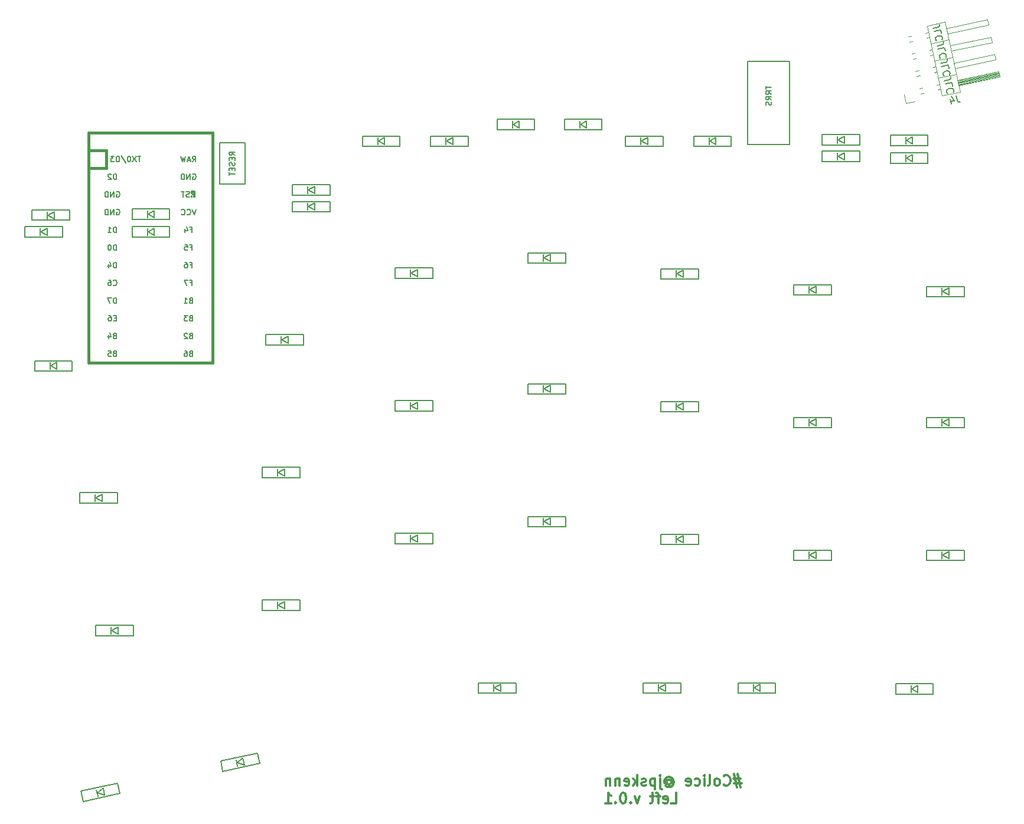
<source format=gbo>
G04 #@! TF.GenerationSoftware,KiCad,Pcbnew,(5.1.5-0-10_14)*
G04 #@! TF.CreationDate,2020-04-18T19:56:34+09:00*
G04 #@! TF.ProjectId,Colice,436f6c69-6365-42e6-9b69-6361645f7063,rev?*
G04 #@! TF.SameCoordinates,Original*
G04 #@! TF.FileFunction,Legend,Bot*
G04 #@! TF.FilePolarity,Positive*
%FSLAX46Y46*%
G04 Gerber Fmt 4.6, Leading zero omitted, Abs format (unit mm)*
G04 Created by KiCad (PCBNEW (5.1.5-0-10_14)) date 2020-04-18 19:56:34*
%MOMM*%
%LPD*%
G04 APERTURE LIST*
%ADD10C,0.200000*%
%ADD11C,0.300000*%
%ADD12C,0.150000*%
%ADD13C,0.381000*%
%ADD14C,0.120000*%
G04 APERTURE END LIST*
D10*
X176557993Y-35092746D02*
X177256670Y-34944237D01*
X177386505Y-34867957D01*
X177459861Y-34754999D01*
X177476738Y-34605363D01*
X177456936Y-34512206D01*
X177734152Y-35816403D02*
X177635146Y-35350618D01*
X176656999Y-35558530D01*
X177829106Y-36721195D02*
X177865784Y-36664716D01*
X177882660Y-36515080D01*
X177862859Y-36421923D01*
X177786579Y-36292088D01*
X177673621Y-36218732D01*
X177570564Y-36191955D01*
X177374349Y-36184979D01*
X177234614Y-36214680D01*
X177058201Y-36300861D01*
X176974944Y-36367241D01*
X176901588Y-36480199D01*
X176884712Y-36629835D01*
X176904513Y-36722992D01*
X176980793Y-36852826D01*
X177037272Y-36889504D01*
X177092623Y-37607982D02*
X177791300Y-37459474D01*
X177921135Y-37383194D01*
X177994491Y-37270236D01*
X178011368Y-37120600D01*
X177991566Y-37027443D01*
X178268782Y-38331640D02*
X178169776Y-37865855D01*
X177191629Y-38073767D01*
X178363736Y-39236431D02*
X178400414Y-39179952D01*
X178417290Y-39030317D01*
X178397489Y-38937160D01*
X178321209Y-38807325D01*
X178208251Y-38733969D01*
X178105194Y-38707192D01*
X177908979Y-38700215D01*
X177769244Y-38729917D01*
X177592831Y-38816098D01*
X177509574Y-38882477D01*
X177436218Y-38995435D01*
X177419342Y-39145071D01*
X177439143Y-39238228D01*
X177515423Y-39368063D01*
X177571902Y-39404741D01*
X177627253Y-40123219D02*
X178325930Y-39974711D01*
X178455765Y-39898430D01*
X178529121Y-39785472D01*
X178545998Y-39635836D01*
X178526197Y-39542680D01*
X178803412Y-40846876D02*
X178704407Y-40381092D01*
X177726259Y-40589004D01*
X178898366Y-41751668D02*
X178935044Y-41695189D01*
X178951920Y-41545553D01*
X178932119Y-41452396D01*
X178855839Y-41322562D01*
X178742881Y-41249206D01*
X178639824Y-41222428D01*
X178443609Y-41215452D01*
X178303874Y-41245154D01*
X178127461Y-41331334D01*
X178044204Y-41397714D01*
X177970849Y-41510672D01*
X177953972Y-41660308D01*
X177973773Y-41753465D01*
X178050053Y-41883300D01*
X178106532Y-41919978D01*
X178161883Y-42638456D02*
X178860560Y-42489947D01*
X178990395Y-42413667D01*
X179063751Y-42300709D01*
X179080628Y-42151073D01*
X179060827Y-42057916D01*
X179338042Y-43362113D02*
X179239037Y-42896328D01*
X178260889Y-43104240D01*
X179432996Y-44266905D02*
X179469674Y-44210426D01*
X179486551Y-44060790D01*
X179466749Y-43967633D01*
X179390469Y-43837798D01*
X179277511Y-43764442D01*
X179174454Y-43737665D01*
X178978239Y-43730689D01*
X178838504Y-43760390D01*
X178662091Y-43846571D01*
X178578834Y-43912951D01*
X178505479Y-44025909D01*
X178488602Y-44175545D01*
X178508403Y-44268702D01*
X178584683Y-44398536D01*
X178641162Y-44435214D01*
D11*
X148941285Y-142802571D02*
X147869857Y-142802571D01*
X148512714Y-142159714D02*
X148941285Y-144088285D01*
X148012714Y-143445428D02*
X149084142Y-143445428D01*
X148441285Y-144088285D02*
X148012714Y-142159714D01*
X146512714Y-143659714D02*
X146584142Y-143731142D01*
X146798428Y-143802571D01*
X146941285Y-143802571D01*
X147155571Y-143731142D01*
X147298428Y-143588285D01*
X147369857Y-143445428D01*
X147441285Y-143159714D01*
X147441285Y-142945428D01*
X147369857Y-142659714D01*
X147298428Y-142516857D01*
X147155571Y-142374000D01*
X146941285Y-142302571D01*
X146798428Y-142302571D01*
X146584142Y-142374000D01*
X146512714Y-142445428D01*
X145655571Y-143802571D02*
X145798428Y-143731142D01*
X145869857Y-143659714D01*
X145941285Y-143516857D01*
X145941285Y-143088285D01*
X145869857Y-142945428D01*
X145798428Y-142874000D01*
X145655571Y-142802571D01*
X145441285Y-142802571D01*
X145298428Y-142874000D01*
X145227000Y-142945428D01*
X145155571Y-143088285D01*
X145155571Y-143516857D01*
X145227000Y-143659714D01*
X145298428Y-143731142D01*
X145441285Y-143802571D01*
X145655571Y-143802571D01*
X144298428Y-143802571D02*
X144441285Y-143731142D01*
X144512714Y-143588285D01*
X144512714Y-142302571D01*
X143727000Y-143802571D02*
X143727000Y-142802571D01*
X143727000Y-142302571D02*
X143798428Y-142374000D01*
X143727000Y-142445428D01*
X143655571Y-142374000D01*
X143727000Y-142302571D01*
X143727000Y-142445428D01*
X142369857Y-143731142D02*
X142512714Y-143802571D01*
X142798428Y-143802571D01*
X142941285Y-143731142D01*
X143012714Y-143659714D01*
X143084142Y-143516857D01*
X143084142Y-143088285D01*
X143012714Y-142945428D01*
X142941285Y-142874000D01*
X142798428Y-142802571D01*
X142512714Y-142802571D01*
X142369857Y-142874000D01*
X141155571Y-143731142D02*
X141298428Y-143802571D01*
X141584142Y-143802571D01*
X141727000Y-143731142D01*
X141798428Y-143588285D01*
X141798428Y-143016857D01*
X141727000Y-142874000D01*
X141584142Y-142802571D01*
X141298428Y-142802571D01*
X141155571Y-142874000D01*
X141084142Y-143016857D01*
X141084142Y-143159714D01*
X141798428Y-143302571D01*
X138369857Y-143088285D02*
X138441285Y-143016857D01*
X138584142Y-142945428D01*
X138727000Y-142945428D01*
X138869857Y-143016857D01*
X138941285Y-143088285D01*
X139012714Y-143231142D01*
X139012714Y-143374000D01*
X138941285Y-143516857D01*
X138869857Y-143588285D01*
X138727000Y-143659714D01*
X138584142Y-143659714D01*
X138441285Y-143588285D01*
X138369857Y-143516857D01*
X138369857Y-142945428D02*
X138369857Y-143516857D01*
X138298428Y-143588285D01*
X138227000Y-143588285D01*
X138084142Y-143516857D01*
X138012714Y-143374000D01*
X138012714Y-143016857D01*
X138155571Y-142802571D01*
X138369857Y-142659714D01*
X138655571Y-142588285D01*
X138941285Y-142659714D01*
X139155571Y-142802571D01*
X139298428Y-143016857D01*
X139369857Y-143302571D01*
X139298428Y-143588285D01*
X139155571Y-143802571D01*
X138941285Y-143945428D01*
X138655571Y-144016857D01*
X138369857Y-143945428D01*
X138155571Y-143802571D01*
X137369857Y-142802571D02*
X137369857Y-144088285D01*
X137441285Y-144231142D01*
X137584142Y-144302571D01*
X137655571Y-144302571D01*
X137369857Y-142302571D02*
X137441285Y-142374000D01*
X137369857Y-142445428D01*
X137298428Y-142374000D01*
X137369857Y-142302571D01*
X137369857Y-142445428D01*
X136655571Y-142802571D02*
X136655571Y-144302571D01*
X136655571Y-142874000D02*
X136512714Y-142802571D01*
X136227000Y-142802571D01*
X136084142Y-142874000D01*
X136012714Y-142945428D01*
X135941285Y-143088285D01*
X135941285Y-143516857D01*
X136012714Y-143659714D01*
X136084142Y-143731142D01*
X136227000Y-143802571D01*
X136512714Y-143802571D01*
X136655571Y-143731142D01*
X135369857Y-143731142D02*
X135227000Y-143802571D01*
X134941285Y-143802571D01*
X134798428Y-143731142D01*
X134727000Y-143588285D01*
X134727000Y-143516857D01*
X134798428Y-143374000D01*
X134941285Y-143302571D01*
X135155571Y-143302571D01*
X135298428Y-143231142D01*
X135369857Y-143088285D01*
X135369857Y-143016857D01*
X135298428Y-142874000D01*
X135155571Y-142802571D01*
X134941285Y-142802571D01*
X134798428Y-142874000D01*
X134084142Y-143802571D02*
X134084142Y-142302571D01*
X133941285Y-143231142D02*
X133512714Y-143802571D01*
X133512714Y-142802571D02*
X134084142Y-143374000D01*
X132298428Y-143731142D02*
X132441285Y-143802571D01*
X132727000Y-143802571D01*
X132869857Y-143731142D01*
X132941285Y-143588285D01*
X132941285Y-143016857D01*
X132869857Y-142874000D01*
X132727000Y-142802571D01*
X132441285Y-142802571D01*
X132298428Y-142874000D01*
X132227000Y-143016857D01*
X132227000Y-143159714D01*
X132941285Y-143302571D01*
X131584142Y-142802571D02*
X131584142Y-143802571D01*
X131584142Y-142945428D02*
X131512714Y-142874000D01*
X131369857Y-142802571D01*
X131155571Y-142802571D01*
X131012714Y-142874000D01*
X130941285Y-143016857D01*
X130941285Y-143802571D01*
X130227000Y-142802571D02*
X130227000Y-143802571D01*
X130227000Y-142945428D02*
X130155571Y-142874000D01*
X130012714Y-142802571D01*
X129798428Y-142802571D01*
X129655571Y-142874000D01*
X129584142Y-143016857D01*
X129584142Y-143802571D01*
X138941285Y-146352571D02*
X139655571Y-146352571D01*
X139655571Y-144852571D01*
X137869857Y-146281142D02*
X138012714Y-146352571D01*
X138298428Y-146352571D01*
X138441285Y-146281142D01*
X138512714Y-146138285D01*
X138512714Y-145566857D01*
X138441285Y-145424000D01*
X138298428Y-145352571D01*
X138012714Y-145352571D01*
X137869857Y-145424000D01*
X137798428Y-145566857D01*
X137798428Y-145709714D01*
X138512714Y-145852571D01*
X137369857Y-145352571D02*
X136798428Y-145352571D01*
X137155571Y-146352571D02*
X137155571Y-145066857D01*
X137084142Y-144924000D01*
X136941285Y-144852571D01*
X136798428Y-144852571D01*
X136512714Y-145352571D02*
X135941285Y-145352571D01*
X136298428Y-144852571D02*
X136298428Y-146138285D01*
X136227000Y-146281142D01*
X136084142Y-146352571D01*
X135941285Y-146352571D01*
X134441285Y-145352571D02*
X134084142Y-146352571D01*
X133727000Y-145352571D01*
X133155571Y-146209714D02*
X133084142Y-146281142D01*
X133155571Y-146352571D01*
X133227000Y-146281142D01*
X133155571Y-146209714D01*
X133155571Y-146352571D01*
X132155571Y-144852571D02*
X132012714Y-144852571D01*
X131869857Y-144924000D01*
X131798428Y-144995428D01*
X131727000Y-145138285D01*
X131655571Y-145424000D01*
X131655571Y-145781142D01*
X131727000Y-146066857D01*
X131798428Y-146209714D01*
X131869857Y-146281142D01*
X132012714Y-146352571D01*
X132155571Y-146352571D01*
X132298428Y-146281142D01*
X132369857Y-146209714D01*
X132441285Y-146066857D01*
X132512714Y-145781142D01*
X132512714Y-145424000D01*
X132441285Y-145138285D01*
X132369857Y-144995428D01*
X132298428Y-144924000D01*
X132155571Y-144852571D01*
X131012714Y-146209714D02*
X130941285Y-146281142D01*
X131012714Y-146352571D01*
X131084142Y-146281142D01*
X131012714Y-146209714D01*
X131012714Y-146352571D01*
X129512714Y-146352571D02*
X130369857Y-146352571D01*
X129941285Y-146352571D02*
X129941285Y-144852571D01*
X130084142Y-145066857D01*
X130227000Y-145209714D01*
X130369857Y-145281142D01*
D12*
X162922000Y-51117500D02*
X163822000Y-50617500D01*
X163822000Y-50617500D02*
X163822000Y-51617500D01*
X163822000Y-51617500D02*
X162922000Y-51117500D01*
X162822000Y-50617500D02*
X162822000Y-51617500D01*
X166022000Y-50367500D02*
X160622000Y-50367500D01*
X160622000Y-50367500D02*
X160622000Y-51867500D01*
X160622000Y-51867500D02*
X166022000Y-51867500D01*
X166022000Y-51867500D02*
X166022000Y-50367500D01*
D13*
X57962800Y-55165625D02*
X55422800Y-55165625D01*
X57962800Y-52625625D02*
X57962800Y-55165625D01*
D12*
G36*
X70357435Y-58914655D02*
G01*
X70357435Y-59014655D01*
X70457435Y-59014655D01*
X70457435Y-58914655D01*
X70357435Y-58914655D01*
G37*
X70357435Y-58914655D02*
X70357435Y-59014655D01*
X70457435Y-59014655D01*
X70457435Y-58914655D01*
X70357435Y-58914655D01*
G36*
X70557435Y-58514655D02*
G01*
X70557435Y-59314655D01*
X70657435Y-59314655D01*
X70657435Y-58514655D01*
X70557435Y-58514655D01*
G37*
X70557435Y-58514655D02*
X70557435Y-59314655D01*
X70657435Y-59314655D01*
X70657435Y-58514655D01*
X70557435Y-58514655D01*
G36*
X70157435Y-59114655D02*
G01*
X70157435Y-59314655D01*
X70257435Y-59314655D01*
X70257435Y-59114655D01*
X70157435Y-59114655D01*
G37*
X70157435Y-59114655D02*
X70157435Y-59314655D01*
X70257435Y-59314655D01*
X70257435Y-59114655D01*
X70157435Y-59114655D01*
G36*
X70157435Y-58514655D02*
G01*
X70157435Y-58814655D01*
X70257435Y-58814655D01*
X70257435Y-58514655D01*
X70157435Y-58514655D01*
G37*
X70157435Y-58514655D02*
X70157435Y-58814655D01*
X70257435Y-58814655D01*
X70257435Y-58514655D01*
X70157435Y-58514655D01*
G36*
X70157435Y-58514655D02*
G01*
X70157435Y-58614655D01*
X70657435Y-58614655D01*
X70657435Y-58514655D01*
X70157435Y-58514655D01*
G37*
X70157435Y-58514655D02*
X70157435Y-58614655D01*
X70657435Y-58614655D01*
X70657435Y-58514655D01*
X70157435Y-58514655D01*
D13*
X73202800Y-83105625D02*
X73202800Y-50085625D01*
X55422800Y-83105625D02*
X73202800Y-83105625D01*
X55422800Y-50085625D02*
X55422800Y-83105625D01*
X73202800Y-50085625D02*
X55422800Y-50085625D01*
X57962800Y-52625625D02*
X55422800Y-52625625D01*
D12*
X175801000Y-51931000D02*
X175801000Y-50431000D01*
X170401000Y-51931000D02*
X175801000Y-51931000D01*
X170401000Y-50431000D02*
X170401000Y-51931000D01*
X175801000Y-50431000D02*
X170401000Y-50431000D01*
X172601000Y-50681000D02*
X172601000Y-51681000D01*
X173601000Y-51681000D02*
X172701000Y-51181000D01*
X173601000Y-50681000D02*
X173601000Y-51681000D01*
X172701000Y-51181000D02*
X173601000Y-50681000D01*
X53119000Y-84316000D02*
X53119000Y-82816000D01*
X47719000Y-84316000D02*
X53119000Y-84316000D01*
X47719000Y-82816000D02*
X47719000Y-84316000D01*
X53119000Y-82816000D02*
X47719000Y-82816000D01*
X49919000Y-83066000D02*
X49919000Y-84066000D01*
X50919000Y-84066000D02*
X50019000Y-83566000D01*
X50919000Y-83066000D02*
X50919000Y-84066000D01*
X50019000Y-83566000D02*
X50919000Y-83066000D01*
X100109000Y-52058000D02*
X100109000Y-50558000D01*
X94709000Y-52058000D02*
X100109000Y-52058000D01*
X94709000Y-50558000D02*
X94709000Y-52058000D01*
X100109000Y-50558000D02*
X94709000Y-50558000D01*
X96909000Y-50808000D02*
X96909000Y-51808000D01*
X97909000Y-51808000D02*
X97009000Y-51308000D01*
X97909000Y-50808000D02*
X97909000Y-51808000D01*
X97009000Y-51308000D02*
X97909000Y-50808000D01*
X90076000Y-61456000D02*
X90076000Y-59956000D01*
X84676000Y-61456000D02*
X90076000Y-61456000D01*
X84676000Y-59956000D02*
X84676000Y-61456000D01*
X90076000Y-59956000D02*
X84676000Y-59956000D01*
X86876000Y-60206000D02*
X86876000Y-61206000D01*
X87876000Y-61206000D02*
X86976000Y-60706000D01*
X87876000Y-60206000D02*
X87876000Y-61206000D01*
X86976000Y-60706000D02*
X87876000Y-60206000D01*
X52706250Y-62662500D02*
X52706250Y-61162500D01*
X47306250Y-62662500D02*
X52706250Y-62662500D01*
X47306250Y-61162500D02*
X47306250Y-62662500D01*
X52706250Y-61162500D02*
X47306250Y-61162500D01*
X49506250Y-61412500D02*
X49506250Y-62412500D01*
X50506250Y-62412500D02*
X49606250Y-61912500D01*
X50506250Y-61412500D02*
X50506250Y-62412500D01*
X49606250Y-61912500D02*
X50506250Y-61412500D01*
X51722000Y-65091375D02*
X51722000Y-63591375D01*
X46322000Y-65091375D02*
X51722000Y-65091375D01*
X46322000Y-63591375D02*
X46322000Y-65091375D01*
X51722000Y-63591375D02*
X46322000Y-63591375D01*
X48522000Y-63841375D02*
X48522000Y-64841375D01*
X49522000Y-64841375D02*
X48622000Y-64341375D01*
X49522000Y-63841375D02*
X49522000Y-64841375D01*
X48622000Y-64341375D02*
X49522000Y-63841375D01*
X63989000Y-61801375D02*
X64889000Y-61301375D01*
X64889000Y-61301375D02*
X64889000Y-62301375D01*
X64889000Y-62301375D02*
X63989000Y-61801375D01*
X63889000Y-61301375D02*
X63889000Y-62301375D01*
X67089000Y-61051375D02*
X61689000Y-61051375D01*
X61689000Y-61051375D02*
X61689000Y-62551375D01*
X61689000Y-62551375D02*
X67089000Y-62551375D01*
X67089000Y-62551375D02*
X67089000Y-61051375D01*
X67089000Y-65091375D02*
X67089000Y-63591375D01*
X61689000Y-65091375D02*
X67089000Y-65091375D01*
X61689000Y-63591375D02*
X61689000Y-65091375D01*
X67089000Y-63591375D02*
X61689000Y-63591375D01*
X63889000Y-63841375D02*
X63889000Y-64841375D01*
X64889000Y-64841375D02*
X63989000Y-64341375D01*
X64889000Y-63841375D02*
X64889000Y-64841375D01*
X63989000Y-64341375D02*
X64889000Y-63841375D01*
X59596000Y-103254875D02*
X59596000Y-101754875D01*
X54196000Y-103254875D02*
X59596000Y-103254875D01*
X54196000Y-101754875D02*
X54196000Y-103254875D01*
X59596000Y-101754875D02*
X54196000Y-101754875D01*
X56396000Y-102004875D02*
X56396000Y-103004875D01*
X57396000Y-103004875D02*
X56496000Y-102504875D01*
X57396000Y-102004875D02*
X57396000Y-103004875D01*
X56496000Y-102504875D02*
X57396000Y-102004875D01*
X61882000Y-122304875D02*
X61882000Y-120804875D01*
X56482000Y-122304875D02*
X61882000Y-122304875D01*
X56482000Y-120804875D02*
X56482000Y-122304875D01*
X61882000Y-120804875D02*
X56482000Y-120804875D01*
X58682000Y-121054875D02*
X58682000Y-122054875D01*
X59682000Y-122054875D02*
X58782000Y-121554875D01*
X59682000Y-121054875D02*
X59682000Y-122054875D01*
X58782000Y-121554875D02*
X59682000Y-121054875D01*
X79987532Y-140634249D02*
X79675665Y-139167028D01*
X74705535Y-141756972D02*
X79987532Y-140634249D01*
X74393668Y-140289751D02*
X74705535Y-141756972D01*
X79675665Y-139167028D02*
X74393668Y-140289751D01*
X76597570Y-140076882D02*
X76805482Y-141055030D01*
X77783630Y-140847118D02*
X76799341Y-140545165D01*
X77575718Y-139868970D02*
X77783630Y-140847118D01*
X76799341Y-140545165D02*
X77575718Y-139868970D01*
X90076000Y-57543000D02*
X90076000Y-59043000D01*
X84676000Y-57543000D02*
X90076000Y-57543000D01*
X84676000Y-59043000D02*
X84676000Y-57543000D01*
X90076000Y-59043000D02*
X84676000Y-59043000D01*
X86876000Y-58793000D02*
X86876000Y-57793000D01*
X87876000Y-57793000D02*
X86976000Y-58293000D01*
X87876000Y-58793000D02*
X87876000Y-57793000D01*
X86976000Y-58293000D02*
X87876000Y-58793000D01*
X86266000Y-80569500D02*
X86266000Y-79069500D01*
X80866000Y-80569500D02*
X86266000Y-80569500D01*
X80866000Y-79069500D02*
X80866000Y-80569500D01*
X86266000Y-79069500D02*
X80866000Y-79069500D01*
X83066000Y-79319500D02*
X83066000Y-80319500D01*
X84066000Y-80319500D02*
X83166000Y-79819500D01*
X84066000Y-79319500D02*
X84066000Y-80319500D01*
X83166000Y-79819500D02*
X84066000Y-79319500D01*
X85758000Y-99619500D02*
X85758000Y-98119500D01*
X80358000Y-99619500D02*
X85758000Y-99619500D01*
X80358000Y-98119500D02*
X80358000Y-99619500D01*
X85758000Y-98119500D02*
X80358000Y-98119500D01*
X82558000Y-98369500D02*
X82558000Y-99369500D01*
X83558000Y-99369500D02*
X82658000Y-98869500D01*
X83558000Y-98369500D02*
X83558000Y-99369500D01*
X82658000Y-98869500D02*
X83558000Y-98369500D01*
X85758000Y-118669500D02*
X85758000Y-117169500D01*
X80358000Y-118669500D02*
X85758000Y-118669500D01*
X80358000Y-117169500D02*
X80358000Y-118669500D01*
X85758000Y-117169500D02*
X80358000Y-117169500D01*
X82558000Y-117419500D02*
X82558000Y-118419500D01*
X83558000Y-118419500D02*
X82658000Y-117919500D01*
X83558000Y-117419500D02*
X83558000Y-118419500D01*
X82658000Y-117919500D02*
X83558000Y-117419500D01*
X109888000Y-52058000D02*
X109888000Y-50558000D01*
X104488000Y-52058000D02*
X109888000Y-52058000D01*
X104488000Y-50558000D02*
X104488000Y-52058000D01*
X109888000Y-50558000D02*
X104488000Y-50558000D01*
X106688000Y-50808000D02*
X106688000Y-51808000D01*
X107688000Y-51808000D02*
X106788000Y-51308000D01*
X107688000Y-50808000D02*
X107688000Y-51808000D01*
X106788000Y-51308000D02*
X107688000Y-50808000D01*
X104808000Y-71012750D02*
X104808000Y-69512750D01*
X99408000Y-71012750D02*
X104808000Y-71012750D01*
X99408000Y-69512750D02*
X99408000Y-71012750D01*
X104808000Y-69512750D02*
X99408000Y-69512750D01*
X101608000Y-69762750D02*
X101608000Y-70762750D01*
X102608000Y-70762750D02*
X101708000Y-70262750D01*
X102608000Y-69762750D02*
X102608000Y-70762750D01*
X101708000Y-70262750D02*
X102608000Y-69762750D01*
X104808000Y-90062750D02*
X104808000Y-88562750D01*
X99408000Y-90062750D02*
X104808000Y-90062750D01*
X99408000Y-88562750D02*
X99408000Y-90062750D01*
X104808000Y-88562750D02*
X99408000Y-88562750D01*
X101608000Y-88812750D02*
X101608000Y-89812750D01*
X102608000Y-89812750D02*
X101708000Y-89312750D01*
X102608000Y-88812750D02*
X102608000Y-89812750D01*
X101708000Y-89312750D02*
X102608000Y-88812750D01*
X104808000Y-109112750D02*
X104808000Y-107612750D01*
X99408000Y-109112750D02*
X104808000Y-109112750D01*
X99408000Y-107612750D02*
X99408000Y-109112750D01*
X104808000Y-107612750D02*
X99408000Y-107612750D01*
X101608000Y-107862750D02*
X101608000Y-108862750D01*
X102608000Y-108862750D02*
X101708000Y-108362750D01*
X102608000Y-107862750D02*
X102608000Y-108862750D01*
X101708000Y-108362750D02*
X102608000Y-107862750D01*
X116746000Y-130544000D02*
X116746000Y-129044000D01*
X111346000Y-130544000D02*
X116746000Y-130544000D01*
X111346000Y-129044000D02*
X111346000Y-130544000D01*
X116746000Y-129044000D02*
X111346000Y-129044000D01*
X113546000Y-129294000D02*
X113546000Y-130294000D01*
X114546000Y-130294000D02*
X113646000Y-129794000D01*
X114546000Y-129294000D02*
X114546000Y-130294000D01*
X113646000Y-129794000D02*
X114546000Y-129294000D01*
X116313000Y-48895000D02*
X117213000Y-48395000D01*
X117213000Y-48395000D02*
X117213000Y-49395000D01*
X117213000Y-49395000D02*
X116313000Y-48895000D01*
X116213000Y-48395000D02*
X116213000Y-49395000D01*
X119413000Y-48145000D02*
X114013000Y-48145000D01*
X114013000Y-48145000D02*
X114013000Y-49645000D01*
X114013000Y-49645000D02*
X119413000Y-49645000D01*
X119413000Y-49645000D02*
X119413000Y-48145000D01*
X129065000Y-49645000D02*
X129065000Y-48145000D01*
X123665000Y-49645000D02*
X129065000Y-49645000D01*
X123665000Y-48145000D02*
X123665000Y-49645000D01*
X129065000Y-48145000D02*
X123665000Y-48145000D01*
X125865000Y-48395000D02*
X125865000Y-49395000D01*
X126865000Y-49395000D02*
X125965000Y-48895000D01*
X126865000Y-48395000D02*
X126865000Y-49395000D01*
X125965000Y-48895000D02*
X126865000Y-48395000D01*
X123858000Y-68822000D02*
X123858000Y-67322000D01*
X118458000Y-68822000D02*
X123858000Y-68822000D01*
X118458000Y-67322000D02*
X118458000Y-68822000D01*
X123858000Y-67322000D02*
X118458000Y-67322000D01*
X120658000Y-67572000D02*
X120658000Y-68572000D01*
X121658000Y-68572000D02*
X120758000Y-68072000D01*
X121658000Y-67572000D02*
X121658000Y-68572000D01*
X120758000Y-68072000D02*
X121658000Y-67572000D01*
X123858000Y-87618000D02*
X123858000Y-86118000D01*
X118458000Y-87618000D02*
X123858000Y-87618000D01*
X118458000Y-86118000D02*
X118458000Y-87618000D01*
X123858000Y-86118000D02*
X118458000Y-86118000D01*
X120658000Y-86368000D02*
X120658000Y-87368000D01*
X121658000Y-87368000D02*
X120758000Y-86868000D01*
X121658000Y-86368000D02*
X121658000Y-87368000D01*
X120758000Y-86868000D02*
X121658000Y-86368000D01*
X123858000Y-106668000D02*
X123858000Y-105168000D01*
X118458000Y-106668000D02*
X123858000Y-106668000D01*
X118458000Y-105168000D02*
X118458000Y-106668000D01*
X123858000Y-105168000D02*
X118458000Y-105168000D01*
X120658000Y-105418000D02*
X120658000Y-106418000D01*
X121658000Y-106418000D02*
X120758000Y-105918000D01*
X121658000Y-105418000D02*
X121658000Y-106418000D01*
X120758000Y-105918000D02*
X121658000Y-105418000D01*
X140368000Y-130544000D02*
X140368000Y-129044000D01*
X134968000Y-130544000D02*
X140368000Y-130544000D01*
X134968000Y-129044000D02*
X134968000Y-130544000D01*
X140368000Y-129044000D02*
X134968000Y-129044000D01*
X137168000Y-129294000D02*
X137168000Y-130294000D01*
X138168000Y-130294000D02*
X137268000Y-129794000D01*
X138168000Y-129294000D02*
X138168000Y-130294000D01*
X137268000Y-129794000D02*
X138168000Y-129294000D01*
X137828000Y-52058000D02*
X137828000Y-50558000D01*
X132428000Y-52058000D02*
X137828000Y-52058000D01*
X132428000Y-50558000D02*
X132428000Y-52058000D01*
X137828000Y-50558000D02*
X132428000Y-50558000D01*
X134628000Y-50808000D02*
X134628000Y-51808000D01*
X135628000Y-51808000D02*
X134728000Y-51308000D01*
X135628000Y-50808000D02*
X135628000Y-51808000D01*
X134728000Y-51308000D02*
X135628000Y-50808000D01*
X147607000Y-52058000D02*
X147607000Y-50558000D01*
X142207000Y-52058000D02*
X147607000Y-52058000D01*
X142207000Y-50558000D02*
X142207000Y-52058000D01*
X147607000Y-50558000D02*
X142207000Y-50558000D01*
X144407000Y-50808000D02*
X144407000Y-51808000D01*
X145407000Y-51808000D02*
X144507000Y-51308000D01*
X145407000Y-50808000D02*
X145407000Y-51808000D01*
X144507000Y-51308000D02*
X145407000Y-50808000D01*
X142908000Y-71108000D02*
X142908000Y-69608000D01*
X137508000Y-71108000D02*
X142908000Y-71108000D01*
X137508000Y-69608000D02*
X137508000Y-71108000D01*
X142908000Y-69608000D02*
X137508000Y-69608000D01*
X139708000Y-69858000D02*
X139708000Y-70858000D01*
X140708000Y-70858000D02*
X139808000Y-70358000D01*
X140708000Y-69858000D02*
X140708000Y-70858000D01*
X139808000Y-70358000D02*
X140708000Y-69858000D01*
X142908000Y-90158000D02*
X142908000Y-88658000D01*
X137508000Y-90158000D02*
X142908000Y-90158000D01*
X137508000Y-88658000D02*
X137508000Y-90158000D01*
X142908000Y-88658000D02*
X137508000Y-88658000D01*
X139708000Y-88908000D02*
X139708000Y-89908000D01*
X140708000Y-89908000D02*
X139808000Y-89408000D01*
X140708000Y-88908000D02*
X140708000Y-89908000D01*
X139808000Y-89408000D02*
X140708000Y-88908000D01*
X142908000Y-109208000D02*
X142908000Y-107708000D01*
X137508000Y-109208000D02*
X142908000Y-109208000D01*
X137508000Y-107708000D02*
X137508000Y-109208000D01*
X142908000Y-107708000D02*
X137508000Y-107708000D01*
X139708000Y-107958000D02*
X139708000Y-108958000D01*
X140708000Y-108958000D02*
X139808000Y-108458000D01*
X140708000Y-107958000D02*
X140708000Y-108958000D01*
X139808000Y-108458000D02*
X140708000Y-107958000D01*
X153957000Y-130544000D02*
X153957000Y-129044000D01*
X148557000Y-130544000D02*
X153957000Y-130544000D01*
X148557000Y-129044000D02*
X148557000Y-130544000D01*
X153957000Y-129044000D02*
X148557000Y-129044000D01*
X150757000Y-129294000D02*
X150757000Y-130294000D01*
X151757000Y-130294000D02*
X150857000Y-129794000D01*
X151757000Y-129294000D02*
X151757000Y-130294000D01*
X150857000Y-129794000D02*
X151757000Y-129294000D01*
X166022000Y-54217000D02*
X166022000Y-52717000D01*
X160622000Y-54217000D02*
X166022000Y-54217000D01*
X160622000Y-52717000D02*
X160622000Y-54217000D01*
X166022000Y-52717000D02*
X160622000Y-52717000D01*
X162822000Y-52967000D02*
X162822000Y-53967000D01*
X163822000Y-53967000D02*
X162922000Y-53467000D01*
X163822000Y-52967000D02*
X163822000Y-53967000D01*
X162922000Y-53467000D02*
X163822000Y-52967000D01*
X161958000Y-73394000D02*
X161958000Y-71894000D01*
X156558000Y-73394000D02*
X161958000Y-73394000D01*
X156558000Y-71894000D02*
X156558000Y-73394000D01*
X161958000Y-71894000D02*
X156558000Y-71894000D01*
X158758000Y-72144000D02*
X158758000Y-73144000D01*
X159758000Y-73144000D02*
X158858000Y-72644000D01*
X159758000Y-72144000D02*
X159758000Y-73144000D01*
X158858000Y-72644000D02*
X159758000Y-72144000D01*
X161958000Y-92444000D02*
X161958000Y-90944000D01*
X156558000Y-92444000D02*
X161958000Y-92444000D01*
X156558000Y-90944000D02*
X156558000Y-92444000D01*
X161958000Y-90944000D02*
X156558000Y-90944000D01*
X158758000Y-91194000D02*
X158758000Y-92194000D01*
X159758000Y-92194000D02*
X158858000Y-91694000D01*
X159758000Y-91194000D02*
X159758000Y-92194000D01*
X158858000Y-91694000D02*
X159758000Y-91194000D01*
X161958000Y-111494000D02*
X161958000Y-109994000D01*
X156558000Y-111494000D02*
X161958000Y-111494000D01*
X156558000Y-109994000D02*
X156558000Y-111494000D01*
X161958000Y-109994000D02*
X156558000Y-109994000D01*
X158758000Y-110244000D02*
X158758000Y-111244000D01*
X159758000Y-111244000D02*
X158858000Y-110744000D01*
X159758000Y-110244000D02*
X159758000Y-111244000D01*
X158858000Y-110744000D02*
X159758000Y-110244000D01*
X175801000Y-54471000D02*
X175801000Y-52971000D01*
X170401000Y-54471000D02*
X175801000Y-54471000D01*
X170401000Y-52971000D02*
X170401000Y-54471000D01*
X175801000Y-52971000D02*
X170401000Y-52971000D01*
X172601000Y-53221000D02*
X172601000Y-54221000D01*
X173601000Y-54221000D02*
X172701000Y-53721000D01*
X173601000Y-53221000D02*
X173601000Y-54221000D01*
X172701000Y-53721000D02*
X173601000Y-53221000D01*
X181008000Y-73648000D02*
X181008000Y-72148000D01*
X175608000Y-73648000D02*
X181008000Y-73648000D01*
X175608000Y-72148000D02*
X175608000Y-73648000D01*
X181008000Y-72148000D02*
X175608000Y-72148000D01*
X177808000Y-72398000D02*
X177808000Y-73398000D01*
X178808000Y-73398000D02*
X177908000Y-72898000D01*
X178808000Y-72398000D02*
X178808000Y-73398000D01*
X177908000Y-72898000D02*
X178808000Y-72398000D01*
X181008000Y-92444000D02*
X181008000Y-90944000D01*
X175608000Y-92444000D02*
X181008000Y-92444000D01*
X175608000Y-90944000D02*
X175608000Y-92444000D01*
X181008000Y-90944000D02*
X175608000Y-90944000D01*
X177808000Y-91194000D02*
X177808000Y-92194000D01*
X178808000Y-92194000D02*
X177908000Y-91694000D01*
X178808000Y-91194000D02*
X178808000Y-92194000D01*
X177908000Y-91694000D02*
X178808000Y-91194000D01*
X181008000Y-111494000D02*
X181008000Y-109994000D01*
X175608000Y-111494000D02*
X181008000Y-111494000D01*
X175608000Y-109994000D02*
X175608000Y-111494000D01*
X181008000Y-109994000D02*
X175608000Y-109994000D01*
X177808000Y-110244000D02*
X177808000Y-111244000D01*
X178808000Y-111244000D02*
X177908000Y-110744000D01*
X178808000Y-110244000D02*
X178808000Y-111244000D01*
X177908000Y-110744000D02*
X178808000Y-110244000D01*
X176563000Y-130671000D02*
X176563000Y-129171000D01*
X171163000Y-130671000D02*
X176563000Y-130671000D01*
X171163000Y-129171000D02*
X171163000Y-130671000D01*
X176563000Y-129171000D02*
X171163000Y-129171000D01*
X173363000Y-129421000D02*
X173363000Y-130421000D01*
X174363000Y-130421000D02*
X173463000Y-129921000D01*
X174363000Y-129421000D02*
X174363000Y-130421000D01*
X173463000Y-129921000D02*
X174363000Y-129421000D01*
X155971500Y-51814500D02*
X155971500Y-39814500D01*
X149971500Y-51814500D02*
X155971500Y-51814500D01*
X149971500Y-39814500D02*
X149971500Y-51814500D01*
X155971500Y-39814500D02*
X149971500Y-39814500D01*
X77858942Y-51506430D02*
X74287058Y-51506430D01*
X77858942Y-57459570D02*
X77858942Y-51506430D01*
X74287058Y-57459570D02*
X77858942Y-57459570D01*
X74287058Y-51506430D02*
X74287058Y-57459570D01*
X59946932Y-144952249D02*
X59635065Y-143485028D01*
X54664935Y-146074972D02*
X59946932Y-144952249D01*
X54353068Y-144607751D02*
X54664935Y-146074972D01*
X59635065Y-143485028D02*
X54353068Y-144607751D01*
X56556970Y-144394882D02*
X56764882Y-145373030D01*
X57743030Y-145165118D02*
X56758741Y-144863165D01*
X57535118Y-144186970D02*
X57743030Y-145165118D01*
X56758741Y-144863165D02*
X57535118Y-144186970D01*
D14*
X177778550Y-44796448D02*
X175641218Y-34741090D01*
X175641218Y-34741090D02*
X178243090Y-34188045D01*
X178243090Y-34188045D02*
X180380423Y-44243403D01*
X180380423Y-44243403D02*
X177778550Y-44796448D01*
X180182907Y-43314162D02*
X186051792Y-42066692D01*
X186051792Y-42066692D02*
X185893779Y-41323300D01*
X185893779Y-41323300D02*
X180024894Y-42570770D01*
X180170432Y-43255474D02*
X186039317Y-42008003D01*
X180145482Y-43138096D02*
X186014368Y-41890626D01*
X180120533Y-43020718D02*
X185989419Y-41773248D01*
X180095584Y-42903340D02*
X185964469Y-41655870D01*
X180070634Y-42785963D02*
X185939520Y-41538493D01*
X180045685Y-42668585D02*
X185914570Y-41421115D01*
X177192640Y-43949763D02*
X177581034Y-43867208D01*
X177034627Y-43206371D02*
X177423021Y-43123815D01*
X174773750Y-44463914D02*
X175152363Y-44383438D01*
X174615737Y-43720522D02*
X174994350Y-43640045D01*
X177237980Y-42253264D02*
X179839852Y-41700219D01*
X179654811Y-40829668D02*
X185523696Y-39582197D01*
X185523696Y-39582197D02*
X185365684Y-38838805D01*
X185365684Y-38838805D02*
X179496798Y-40086275D01*
X176664544Y-41465268D02*
X177052938Y-41382713D01*
X176506531Y-40721876D02*
X176894925Y-40639320D01*
X174180049Y-41993364D02*
X174624267Y-41898943D01*
X174022036Y-41249972D02*
X174466254Y-41155550D01*
X176709884Y-39768769D02*
X179311757Y-39215724D01*
X179126715Y-38345173D02*
X184995601Y-37097703D01*
X184995601Y-37097703D02*
X184837588Y-36354310D01*
X184837588Y-36354310D02*
X178968702Y-37601780D01*
X176136448Y-38980773D02*
X176524843Y-38898218D01*
X175978436Y-38237381D02*
X176366830Y-38154826D01*
X173651954Y-39508869D02*
X174096171Y-39414448D01*
X173493941Y-38765477D02*
X173938159Y-38671056D01*
X176181788Y-37284274D02*
X178783661Y-36731229D01*
X178598619Y-35860678D02*
X184467505Y-34613208D01*
X184467505Y-34613208D02*
X184309492Y-33869815D01*
X184309492Y-33869815D02*
X178440607Y-35117286D01*
X175608353Y-36496279D02*
X175996747Y-36413723D01*
X175450340Y-35752886D02*
X175838734Y-35670331D01*
X173123858Y-37024374D02*
X173568076Y-36929953D01*
X172965845Y-36280982D02*
X173410063Y-36186561D01*
X172366753Y-44587048D02*
X172630800Y-45829295D01*
X172630800Y-45829295D02*
X173873048Y-45565247D01*
D12*
X59442276Y-56797529D02*
X59442276Y-55997529D01*
X59251800Y-55997529D01*
X59137514Y-56035625D01*
X59061323Y-56111815D01*
X59023228Y-56188005D01*
X58985133Y-56340386D01*
X58985133Y-56454672D01*
X59023228Y-56607053D01*
X59061323Y-56683244D01*
X59137514Y-56759434D01*
X59251800Y-56797529D01*
X59442276Y-56797529D01*
X58680371Y-56073720D02*
X58642276Y-56035625D01*
X58566085Y-55997529D01*
X58375609Y-55997529D01*
X58299419Y-56035625D01*
X58261323Y-56073720D01*
X58223228Y-56149910D01*
X58223228Y-56226101D01*
X58261323Y-56340386D01*
X58718466Y-56797529D01*
X58223228Y-56797529D01*
X59442276Y-66957529D02*
X59442276Y-66157529D01*
X59251800Y-66157529D01*
X59137514Y-66195625D01*
X59061323Y-66271815D01*
X59023228Y-66348005D01*
X58985133Y-66500386D01*
X58985133Y-66614672D01*
X59023228Y-66767053D01*
X59061323Y-66843244D01*
X59137514Y-66919434D01*
X59251800Y-66957529D01*
X59442276Y-66957529D01*
X58489895Y-66157529D02*
X58413704Y-66157529D01*
X58337514Y-66195625D01*
X58299419Y-66233720D01*
X58261323Y-66309910D01*
X58223228Y-66462291D01*
X58223228Y-66652767D01*
X58261323Y-66805148D01*
X58299419Y-66881339D01*
X58337514Y-66919434D01*
X58413704Y-66957529D01*
X58489895Y-66957529D01*
X58566085Y-66919434D01*
X58604180Y-66881339D01*
X58642276Y-66805148D01*
X58680371Y-66652767D01*
X58680371Y-66462291D01*
X58642276Y-66309910D01*
X58604180Y-66233720D01*
X58566085Y-66195625D01*
X58489895Y-66157529D01*
X59442276Y-64417529D02*
X59442276Y-63617529D01*
X59251800Y-63617529D01*
X59137514Y-63655625D01*
X59061323Y-63731815D01*
X59023228Y-63808005D01*
X58985133Y-63960386D01*
X58985133Y-64074672D01*
X59023228Y-64227053D01*
X59061323Y-64303244D01*
X59137514Y-64379434D01*
X59251800Y-64417529D01*
X59442276Y-64417529D01*
X58223228Y-64417529D02*
X58680371Y-64417529D01*
X58451800Y-64417529D02*
X58451800Y-63617529D01*
X58527990Y-63731815D01*
X58604180Y-63808005D01*
X58680371Y-63846101D01*
X59461323Y-61115625D02*
X59537514Y-61077529D01*
X59651800Y-61077529D01*
X59766085Y-61115625D01*
X59842276Y-61191815D01*
X59880371Y-61268005D01*
X59918466Y-61420386D01*
X59918466Y-61534672D01*
X59880371Y-61687053D01*
X59842276Y-61763244D01*
X59766085Y-61839434D01*
X59651800Y-61877529D01*
X59575609Y-61877529D01*
X59461323Y-61839434D01*
X59423228Y-61801339D01*
X59423228Y-61534672D01*
X59575609Y-61534672D01*
X59080371Y-61877529D02*
X59080371Y-61077529D01*
X58623228Y-61877529D01*
X58623228Y-61077529D01*
X58242276Y-61877529D02*
X58242276Y-61077529D01*
X58051800Y-61077529D01*
X57937514Y-61115625D01*
X57861323Y-61191815D01*
X57823228Y-61268005D01*
X57785133Y-61420386D01*
X57785133Y-61534672D01*
X57823228Y-61687053D01*
X57861323Y-61763244D01*
X57937514Y-61839434D01*
X58051800Y-61877529D01*
X58242276Y-61877529D01*
X59461323Y-58575625D02*
X59537514Y-58537529D01*
X59651800Y-58537529D01*
X59766085Y-58575625D01*
X59842276Y-58651815D01*
X59880371Y-58728005D01*
X59918466Y-58880386D01*
X59918466Y-58994672D01*
X59880371Y-59147053D01*
X59842276Y-59223244D01*
X59766085Y-59299434D01*
X59651800Y-59337529D01*
X59575609Y-59337529D01*
X59461323Y-59299434D01*
X59423228Y-59261339D01*
X59423228Y-58994672D01*
X59575609Y-58994672D01*
X59080371Y-59337529D02*
X59080371Y-58537529D01*
X58623228Y-59337529D01*
X58623228Y-58537529D01*
X58242276Y-59337529D02*
X58242276Y-58537529D01*
X58051800Y-58537529D01*
X57937514Y-58575625D01*
X57861323Y-58651815D01*
X57823228Y-58728005D01*
X57785133Y-58880386D01*
X57785133Y-58994672D01*
X57823228Y-59147053D01*
X57861323Y-59223244D01*
X57937514Y-59299434D01*
X58051800Y-59337529D01*
X58242276Y-59337529D01*
X59442276Y-69497529D02*
X59442276Y-68697529D01*
X59251800Y-68697529D01*
X59137514Y-68735625D01*
X59061323Y-68811815D01*
X59023228Y-68888005D01*
X58985133Y-69040386D01*
X58985133Y-69154672D01*
X59023228Y-69307053D01*
X59061323Y-69383244D01*
X59137514Y-69459434D01*
X59251800Y-69497529D01*
X59442276Y-69497529D01*
X58299419Y-68964196D02*
X58299419Y-69497529D01*
X58489895Y-68659434D02*
X58680371Y-69230863D01*
X58185133Y-69230863D01*
X58985133Y-71961339D02*
X59023228Y-71999434D01*
X59137514Y-72037529D01*
X59213704Y-72037529D01*
X59327990Y-71999434D01*
X59404180Y-71923244D01*
X59442276Y-71847053D01*
X59480371Y-71694672D01*
X59480371Y-71580386D01*
X59442276Y-71428005D01*
X59404180Y-71351815D01*
X59327990Y-71275625D01*
X59213704Y-71237529D01*
X59137514Y-71237529D01*
X59023228Y-71275625D01*
X58985133Y-71313720D01*
X58299419Y-71237529D02*
X58451800Y-71237529D01*
X58527990Y-71275625D01*
X58566085Y-71313720D01*
X58642276Y-71428005D01*
X58680371Y-71580386D01*
X58680371Y-71885148D01*
X58642276Y-71961339D01*
X58604180Y-71999434D01*
X58527990Y-72037529D01*
X58375609Y-72037529D01*
X58299419Y-71999434D01*
X58261323Y-71961339D01*
X58223228Y-71885148D01*
X58223228Y-71694672D01*
X58261323Y-71618482D01*
X58299419Y-71580386D01*
X58375609Y-71542291D01*
X58527990Y-71542291D01*
X58604180Y-71580386D01*
X58642276Y-71618482D01*
X58680371Y-71694672D01*
X59442276Y-74577529D02*
X59442276Y-73777529D01*
X59251800Y-73777529D01*
X59137514Y-73815625D01*
X59061323Y-73891815D01*
X59023228Y-73968005D01*
X58985133Y-74120386D01*
X58985133Y-74234672D01*
X59023228Y-74387053D01*
X59061323Y-74463244D01*
X59137514Y-74539434D01*
X59251800Y-74577529D01*
X59442276Y-74577529D01*
X58718466Y-73777529D02*
X58185133Y-73777529D01*
X58527990Y-74577529D01*
X59404180Y-76698482D02*
X59137514Y-76698482D01*
X59023228Y-77117529D02*
X59404180Y-77117529D01*
X59404180Y-76317529D01*
X59023228Y-76317529D01*
X58337514Y-76317529D02*
X58489895Y-76317529D01*
X58566085Y-76355625D01*
X58604180Y-76393720D01*
X58680371Y-76508005D01*
X58718466Y-76660386D01*
X58718466Y-76965148D01*
X58680371Y-77041339D01*
X58642276Y-77079434D01*
X58566085Y-77117529D01*
X58413704Y-77117529D01*
X58337514Y-77079434D01*
X58299419Y-77041339D01*
X58261323Y-76965148D01*
X58261323Y-76774672D01*
X58299419Y-76698482D01*
X58337514Y-76660386D01*
X58413704Y-76622291D01*
X58566085Y-76622291D01*
X58642276Y-76660386D01*
X58680371Y-76698482D01*
X58718466Y-76774672D01*
X59175609Y-79238482D02*
X59061323Y-79276577D01*
X59023228Y-79314672D01*
X58985133Y-79390863D01*
X58985133Y-79505148D01*
X59023228Y-79581339D01*
X59061323Y-79619434D01*
X59137514Y-79657529D01*
X59442276Y-79657529D01*
X59442276Y-78857529D01*
X59175609Y-78857529D01*
X59099419Y-78895625D01*
X59061323Y-78933720D01*
X59023228Y-79009910D01*
X59023228Y-79086101D01*
X59061323Y-79162291D01*
X59099419Y-79200386D01*
X59175609Y-79238482D01*
X59442276Y-79238482D01*
X58299419Y-79124196D02*
X58299419Y-79657529D01*
X58489895Y-78819434D02*
X58680371Y-79390863D01*
X58185133Y-79390863D01*
X59175609Y-81778482D02*
X59061323Y-81816577D01*
X59023228Y-81854672D01*
X58985133Y-81930863D01*
X58985133Y-82045148D01*
X59023228Y-82121339D01*
X59061323Y-82159434D01*
X59137514Y-82197529D01*
X59442276Y-82197529D01*
X59442276Y-81397529D01*
X59175609Y-81397529D01*
X59099419Y-81435625D01*
X59061323Y-81473720D01*
X59023228Y-81549910D01*
X59023228Y-81626101D01*
X59061323Y-81702291D01*
X59099419Y-81740386D01*
X59175609Y-81778482D01*
X59442276Y-81778482D01*
X58261323Y-81397529D02*
X58642276Y-81397529D01*
X58680371Y-81778482D01*
X58642276Y-81740386D01*
X58566085Y-81702291D01*
X58375609Y-81702291D01*
X58299419Y-81740386D01*
X58261323Y-81778482D01*
X58223228Y-81854672D01*
X58223228Y-82045148D01*
X58261323Y-82121339D01*
X58299419Y-82159434D01*
X58375609Y-82197529D01*
X58566085Y-82197529D01*
X58642276Y-82159434D01*
X58680371Y-82121339D01*
X70097609Y-81778482D02*
X69983323Y-81816577D01*
X69945228Y-81854672D01*
X69907133Y-81930863D01*
X69907133Y-82045148D01*
X69945228Y-82121339D01*
X69983323Y-82159434D01*
X70059514Y-82197529D01*
X70364276Y-82197529D01*
X70364276Y-81397529D01*
X70097609Y-81397529D01*
X70021419Y-81435625D01*
X69983323Y-81473720D01*
X69945228Y-81549910D01*
X69945228Y-81626101D01*
X69983323Y-81702291D01*
X70021419Y-81740386D01*
X70097609Y-81778482D01*
X70364276Y-81778482D01*
X69221419Y-81397529D02*
X69373800Y-81397529D01*
X69449990Y-81435625D01*
X69488085Y-81473720D01*
X69564276Y-81588005D01*
X69602371Y-81740386D01*
X69602371Y-82045148D01*
X69564276Y-82121339D01*
X69526180Y-82159434D01*
X69449990Y-82197529D01*
X69297609Y-82197529D01*
X69221419Y-82159434D01*
X69183323Y-82121339D01*
X69145228Y-82045148D01*
X69145228Y-81854672D01*
X69183323Y-81778482D01*
X69221419Y-81740386D01*
X69297609Y-81702291D01*
X69449990Y-81702291D01*
X69526180Y-81740386D01*
X69564276Y-81778482D01*
X69602371Y-81854672D01*
X70097609Y-76698482D02*
X69983323Y-76736577D01*
X69945228Y-76774672D01*
X69907133Y-76850863D01*
X69907133Y-76965148D01*
X69945228Y-77041339D01*
X69983323Y-77079434D01*
X70059514Y-77117529D01*
X70364276Y-77117529D01*
X70364276Y-76317529D01*
X70097609Y-76317529D01*
X70021419Y-76355625D01*
X69983323Y-76393720D01*
X69945228Y-76469910D01*
X69945228Y-76546101D01*
X69983323Y-76622291D01*
X70021419Y-76660386D01*
X70097609Y-76698482D01*
X70364276Y-76698482D01*
X69640466Y-76317529D02*
X69145228Y-76317529D01*
X69411895Y-76622291D01*
X69297609Y-76622291D01*
X69221419Y-76660386D01*
X69183323Y-76698482D01*
X69145228Y-76774672D01*
X69145228Y-76965148D01*
X69183323Y-77041339D01*
X69221419Y-77079434D01*
X69297609Y-77117529D01*
X69526180Y-77117529D01*
X69602371Y-77079434D01*
X69640466Y-77041339D01*
X70097609Y-74158482D02*
X69983323Y-74196577D01*
X69945228Y-74234672D01*
X69907133Y-74310863D01*
X69907133Y-74425148D01*
X69945228Y-74501339D01*
X69983323Y-74539434D01*
X70059514Y-74577529D01*
X70364276Y-74577529D01*
X70364276Y-73777529D01*
X70097609Y-73777529D01*
X70021419Y-73815625D01*
X69983323Y-73853720D01*
X69945228Y-73929910D01*
X69945228Y-74006101D01*
X69983323Y-74082291D01*
X70021419Y-74120386D01*
X70097609Y-74158482D01*
X70364276Y-74158482D01*
X69145228Y-74577529D02*
X69602371Y-74577529D01*
X69373800Y-74577529D02*
X69373800Y-73777529D01*
X69449990Y-73891815D01*
X69526180Y-73968005D01*
X69602371Y-74006101D01*
X70040466Y-63998482D02*
X70307133Y-63998482D01*
X70307133Y-64417529D02*
X70307133Y-63617529D01*
X69926180Y-63617529D01*
X69278561Y-63884196D02*
X69278561Y-64417529D01*
X69469038Y-63579434D02*
X69659514Y-64150863D01*
X69164276Y-64150863D01*
X70840466Y-61077529D02*
X70573800Y-61877529D01*
X70307133Y-61077529D01*
X69583323Y-61801339D02*
X69621419Y-61839434D01*
X69735704Y-61877529D01*
X69811895Y-61877529D01*
X69926180Y-61839434D01*
X70002371Y-61763244D01*
X70040466Y-61687053D01*
X70078561Y-61534672D01*
X70078561Y-61420386D01*
X70040466Y-61268005D01*
X70002371Y-61191815D01*
X69926180Y-61115625D01*
X69811895Y-61077529D01*
X69735704Y-61077529D01*
X69621419Y-61115625D01*
X69583323Y-61153720D01*
X68783323Y-61801339D02*
X68821419Y-61839434D01*
X68935704Y-61877529D01*
X69011895Y-61877529D01*
X69126180Y-61839434D01*
X69202371Y-61763244D01*
X69240466Y-61687053D01*
X69278561Y-61534672D01*
X69278561Y-61420386D01*
X69240466Y-61268005D01*
X69202371Y-61191815D01*
X69126180Y-61115625D01*
X69011895Y-61077529D01*
X68935704Y-61077529D01*
X68821419Y-61115625D01*
X68783323Y-61153720D01*
X70383323Y-56035625D02*
X70459514Y-55997529D01*
X70573800Y-55997529D01*
X70688085Y-56035625D01*
X70764276Y-56111815D01*
X70802371Y-56188005D01*
X70840466Y-56340386D01*
X70840466Y-56454672D01*
X70802371Y-56607053D01*
X70764276Y-56683244D01*
X70688085Y-56759434D01*
X70573800Y-56797529D01*
X70497609Y-56797529D01*
X70383323Y-56759434D01*
X70345228Y-56721339D01*
X70345228Y-56454672D01*
X70497609Y-56454672D01*
X70002371Y-56797529D02*
X70002371Y-55997529D01*
X69545228Y-56797529D01*
X69545228Y-55997529D01*
X69164276Y-56797529D02*
X69164276Y-55997529D01*
X68973800Y-55997529D01*
X68859514Y-56035625D01*
X68783323Y-56111815D01*
X68745228Y-56188005D01*
X68707133Y-56340386D01*
X68707133Y-56454672D01*
X68745228Y-56607053D01*
X68783323Y-56683244D01*
X68859514Y-56759434D01*
X68973800Y-56797529D01*
X69164276Y-56797529D01*
X70326180Y-54257529D02*
X70592847Y-53876577D01*
X70783323Y-54257529D02*
X70783323Y-53457529D01*
X70478561Y-53457529D01*
X70402371Y-53495625D01*
X70364276Y-53533720D01*
X70326180Y-53609910D01*
X70326180Y-53724196D01*
X70364276Y-53800386D01*
X70402371Y-53838482D01*
X70478561Y-53876577D01*
X70783323Y-53876577D01*
X70021419Y-54028958D02*
X69640466Y-54028958D01*
X70097609Y-54257529D02*
X69830942Y-53457529D01*
X69564276Y-54257529D01*
X69373800Y-53457529D02*
X69183323Y-54257529D01*
X69030942Y-53686101D01*
X68878561Y-54257529D01*
X68688085Y-53457529D01*
X70040466Y-66538482D02*
X70307133Y-66538482D01*
X70307133Y-66957529D02*
X70307133Y-66157529D01*
X69926180Y-66157529D01*
X69240466Y-66157529D02*
X69621419Y-66157529D01*
X69659514Y-66538482D01*
X69621419Y-66500386D01*
X69545228Y-66462291D01*
X69354752Y-66462291D01*
X69278561Y-66500386D01*
X69240466Y-66538482D01*
X69202371Y-66614672D01*
X69202371Y-66805148D01*
X69240466Y-66881339D01*
X69278561Y-66919434D01*
X69354752Y-66957529D01*
X69545228Y-66957529D01*
X69621419Y-66919434D01*
X69659514Y-66881339D01*
X70040466Y-69078482D02*
X70307133Y-69078482D01*
X70307133Y-69497529D02*
X70307133Y-68697529D01*
X69926180Y-68697529D01*
X69278561Y-68697529D02*
X69430942Y-68697529D01*
X69507133Y-68735625D01*
X69545228Y-68773720D01*
X69621419Y-68888005D01*
X69659514Y-69040386D01*
X69659514Y-69345148D01*
X69621419Y-69421339D01*
X69583323Y-69459434D01*
X69507133Y-69497529D01*
X69354752Y-69497529D01*
X69278561Y-69459434D01*
X69240466Y-69421339D01*
X69202371Y-69345148D01*
X69202371Y-69154672D01*
X69240466Y-69078482D01*
X69278561Y-69040386D01*
X69354752Y-69002291D01*
X69507133Y-69002291D01*
X69583323Y-69040386D01*
X69621419Y-69078482D01*
X69659514Y-69154672D01*
X70040466Y-71618482D02*
X70307133Y-71618482D01*
X70307133Y-72037529D02*
X70307133Y-71237529D01*
X69926180Y-71237529D01*
X69697609Y-71237529D02*
X69164276Y-71237529D01*
X69507133Y-72037529D01*
X70097609Y-79238482D02*
X69983323Y-79276577D01*
X69945228Y-79314672D01*
X69907133Y-79390863D01*
X69907133Y-79505148D01*
X69945228Y-79581339D01*
X69983323Y-79619434D01*
X70059514Y-79657529D01*
X70364276Y-79657529D01*
X70364276Y-78857529D01*
X70097609Y-78857529D01*
X70021419Y-78895625D01*
X69983323Y-78933720D01*
X69945228Y-79009910D01*
X69945228Y-79086101D01*
X69983323Y-79162291D01*
X70021419Y-79200386D01*
X70097609Y-79238482D01*
X70364276Y-79238482D01*
X69602371Y-78933720D02*
X69564276Y-78895625D01*
X69488085Y-78857529D01*
X69297609Y-78857529D01*
X69221419Y-78895625D01*
X69183323Y-78933720D01*
X69145228Y-79009910D01*
X69145228Y-79086101D01*
X69183323Y-79200386D01*
X69640466Y-79657529D01*
X69145228Y-79657529D01*
X62931404Y-53457529D02*
X62474261Y-53457529D01*
X62702832Y-54257529D02*
X62702832Y-53457529D01*
X62283785Y-53457529D02*
X61750451Y-54257529D01*
X61750451Y-53457529D02*
X62283785Y-54257529D01*
X61293308Y-53457529D02*
X61217118Y-53457529D01*
X61140928Y-53495625D01*
X61102832Y-53533720D01*
X61064737Y-53609910D01*
X61026642Y-53762291D01*
X61026642Y-53952767D01*
X61064737Y-54105148D01*
X61102832Y-54181339D01*
X61140928Y-54219434D01*
X61217118Y-54257529D01*
X61293308Y-54257529D01*
X61369499Y-54219434D01*
X61407594Y-54181339D01*
X61445689Y-54105148D01*
X61483785Y-53952767D01*
X61483785Y-53762291D01*
X61445689Y-53609910D01*
X61407594Y-53533720D01*
X61369499Y-53495625D01*
X61293308Y-53457529D01*
X60112356Y-53419434D02*
X60798070Y-54448005D01*
X59845689Y-54257529D02*
X59845689Y-53457529D01*
X59655213Y-53457529D01*
X59540928Y-53495625D01*
X59464737Y-53571815D01*
X59426642Y-53648005D01*
X59388547Y-53800386D01*
X59388547Y-53914672D01*
X59426642Y-54067053D01*
X59464737Y-54143244D01*
X59540928Y-54219434D01*
X59655213Y-54257529D01*
X59845689Y-54257529D01*
X59121880Y-53457529D02*
X58626642Y-53457529D01*
X58893308Y-53762291D01*
X58779023Y-53762291D01*
X58702832Y-53800386D01*
X58664737Y-53838482D01*
X58626642Y-53914672D01*
X58626642Y-54105148D01*
X58664737Y-54181339D01*
X58702832Y-54219434D01*
X58779023Y-54257529D01*
X59007594Y-54257529D01*
X59083785Y-54219434D01*
X59121880Y-54181339D01*
X69886133Y-59279434D02*
X69771847Y-59317529D01*
X69581371Y-59317529D01*
X69505180Y-59279434D01*
X69467085Y-59241339D01*
X69428990Y-59165148D01*
X69428990Y-59088958D01*
X69467085Y-59012767D01*
X69505180Y-58974672D01*
X69581371Y-58936577D01*
X69733752Y-58898482D01*
X69809942Y-58860386D01*
X69848038Y-58822291D01*
X69886133Y-58746101D01*
X69886133Y-58669910D01*
X69848038Y-58593720D01*
X69809942Y-58555625D01*
X69733752Y-58517529D01*
X69543276Y-58517529D01*
X69428990Y-58555625D01*
X69200419Y-58517529D02*
X68743276Y-58517529D01*
X68971847Y-59317529D02*
X68971847Y-58517529D01*
X152533404Y-43365926D02*
X152533404Y-43823069D01*
X153333404Y-43594497D02*
X152533404Y-43594497D01*
X153333404Y-44546878D02*
X152952452Y-44280211D01*
X153333404Y-44089735D02*
X152533404Y-44089735D01*
X152533404Y-44394497D01*
X152571500Y-44470688D01*
X152609595Y-44508783D01*
X152685785Y-44546878D01*
X152800071Y-44546878D01*
X152876261Y-44508783D01*
X152914357Y-44470688D01*
X152952452Y-44394497D01*
X152952452Y-44089735D01*
X153333404Y-45346878D02*
X152952452Y-45080211D01*
X153333404Y-44889735D02*
X152533404Y-44889735D01*
X152533404Y-45194497D01*
X152571500Y-45270688D01*
X152609595Y-45308783D01*
X152685785Y-45346878D01*
X152800071Y-45346878D01*
X152876261Y-45308783D01*
X152914357Y-45270688D01*
X152952452Y-45194497D01*
X152952452Y-44889735D01*
X153295309Y-45651640D02*
X153333404Y-45765926D01*
X153333404Y-45956402D01*
X153295309Y-46032592D01*
X153257214Y-46070688D01*
X153181023Y-46108783D01*
X153104833Y-46108783D01*
X153028642Y-46070688D01*
X152990547Y-46032592D01*
X152952452Y-45956402D01*
X152914357Y-45804021D01*
X152876261Y-45727830D01*
X152838166Y-45689735D01*
X152761976Y-45651640D01*
X152685785Y-45651640D01*
X152609595Y-45689735D01*
X152571500Y-45727830D01*
X152533404Y-45804021D01*
X152533404Y-45994497D01*
X152571500Y-46108783D01*
X76434904Y-53321095D02*
X76053952Y-53054428D01*
X76434904Y-52863952D02*
X75634904Y-52863952D01*
X75634904Y-53168714D01*
X75673000Y-53244904D01*
X75711095Y-53283000D01*
X75787285Y-53321095D01*
X75901571Y-53321095D01*
X75977761Y-53283000D01*
X76015857Y-53244904D01*
X76053952Y-53168714D01*
X76053952Y-52863952D01*
X76015857Y-53663952D02*
X76015857Y-53930619D01*
X76434904Y-54044904D02*
X76434904Y-53663952D01*
X75634904Y-53663952D01*
X75634904Y-54044904D01*
X76396809Y-54349666D02*
X76434904Y-54463952D01*
X76434904Y-54654428D01*
X76396809Y-54730619D01*
X76358714Y-54768714D01*
X76282523Y-54806809D01*
X76206333Y-54806809D01*
X76130142Y-54768714D01*
X76092047Y-54730619D01*
X76053952Y-54654428D01*
X76015857Y-54502047D01*
X75977761Y-54425857D01*
X75939666Y-54387761D01*
X75863476Y-54349666D01*
X75787285Y-54349666D01*
X75711095Y-54387761D01*
X75673000Y-54425857D01*
X75634904Y-54502047D01*
X75634904Y-54692523D01*
X75673000Y-54806809D01*
X76015857Y-55149666D02*
X76015857Y-55416333D01*
X76434904Y-55530619D02*
X76434904Y-55149666D01*
X75634904Y-55149666D01*
X75634904Y-55530619D01*
X75634904Y-55759190D02*
X75634904Y-56216333D01*
X76434904Y-55987761D02*
X75634904Y-55987761D01*
X179824576Y-44762697D02*
X179973085Y-45461374D01*
X180049365Y-45591209D01*
X180162323Y-45664565D01*
X180311959Y-45681442D01*
X180405116Y-45661640D01*
X179008890Y-45276857D02*
X179147497Y-45928956D01*
X179162577Y-44854727D02*
X179543978Y-45503901D01*
X178938458Y-45632608D01*
M02*

</source>
